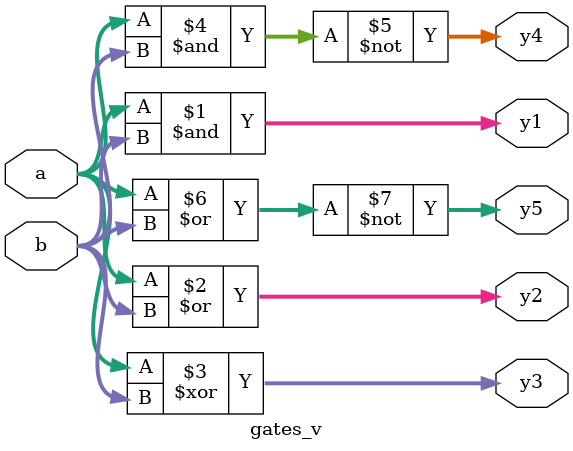
<source format=v>
module gates_v 
(
    input [3:0] a, b,
    output [3:0] y1, y2, y3, y4, y5
);
/* Five different two-input logic
gates acting on 4 bit busses */
assign y1 = a & b; // AND
assign y2 = a | b; // OR
assign y3 = a ^ b; // XOR
assign y4 = ~(a & b); // NAND
assign y5 = ~(a | b); // NOR
endmodule
</source>
